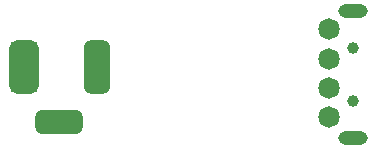
<source format=gbr>
%TF.GenerationSoftware,KiCad,Pcbnew,8.0.2-1*%
%TF.CreationDate,2024-09-02T18:13:03-04:00*%
%TF.ProjectId,usb-power,7573622d-706f-4776-9572-2e6b69636164,rev?*%
%TF.SameCoordinates,Original*%
%TF.FileFunction,Soldermask,Bot*%
%TF.FilePolarity,Negative*%
%FSLAX46Y46*%
G04 Gerber Fmt 4.6, Leading zero omitted, Abs format (unit mm)*
G04 Created by KiCad (PCBNEW 8.0.2-1) date 2024-09-02 18:13:03*
%MOMM*%
%LPD*%
G01*
G04 APERTURE LIST*
G04 Aperture macros list*
%AMRoundRect*
0 Rectangle with rounded corners*
0 $1 Rounding radius*
0 $2 $3 $4 $5 $6 $7 $8 $9 X,Y pos of 4 corners*
0 Add a 4 corners polygon primitive as box body*
4,1,4,$2,$3,$4,$5,$6,$7,$8,$9,$2,$3,0*
0 Add four circle primitives for the rounded corners*
1,1,$1+$1,$2,$3*
1,1,$1+$1,$4,$5*
1,1,$1+$1,$6,$7*
1,1,$1+$1,$8,$9*
0 Add four rect primitives between the rounded corners*
20,1,$1+$1,$2,$3,$4,$5,0*
20,1,$1+$1,$4,$5,$6,$7,0*
20,1,$1+$1,$6,$7,$8,$9,0*
20,1,$1+$1,$8,$9,$2,$3,0*%
G04 Aperture macros list end*
%ADD10O,2.500000X1.200000*%
%ADD11C,1.000000*%
%ADD12C,1.824000*%
%ADD13RoundRect,0.562500X-0.562500X1.687500X-0.562500X-1.687500X0.562500X-1.687500X0.562500X1.687500X0*%
%ADD14RoundRect,0.500000X1.500000X0.500000X-1.500000X0.500000X-1.500000X-0.500000X1.500000X-0.500000X0*%
%ADD15RoundRect,0.625000X0.625000X-1.625000X0.625000X1.625000X-0.625000X1.625000X-0.625000X-1.625000X0*%
G04 APERTURE END LIST*
D10*
%TO.C,J2*%
X166400000Y-98100000D03*
D11*
X166400000Y-94950000D03*
X166400000Y-90450000D03*
D10*
X166349200Y-87300000D03*
D12*
X164326400Y-88839200D03*
X164326400Y-91379200D03*
X164326400Y-93868400D03*
X164326400Y-96256000D03*
%TD*%
D13*
%TO.C,J1*%
X144706750Y-92031750D03*
D14*
X141506750Y-96731750D03*
D15*
X138506750Y-92031750D03*
%TD*%
M02*

</source>
